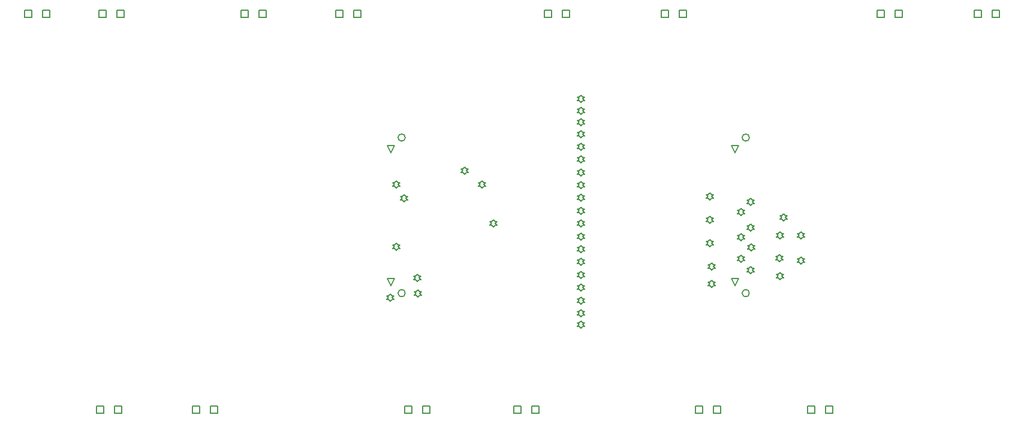
<source format=gbr>
%TF.GenerationSoftware,Altium Limited,Altium Designer,19.1.8 (144)*%
G04 Layer_Color=2752767*
%FSLAX26Y26*%
%MOIN*%
%TF.FileFunction,Drawing*%
%TF.Part,Single*%
G01*
G75*
%TA.AperFunction,NonConductor*%
%ADD32C,0.005000*%
%ADD40C,0.006667*%
D32*
X4705000Y176850D02*
Y216850D01*
X4745000D01*
Y176850D01*
X4705000D01*
X4605000D02*
Y216850D01*
X4645000D01*
Y176850D01*
X4605000D01*
X4080000D02*
Y216850D01*
X4120000D01*
Y176850D01*
X4080000D01*
X3980000D02*
Y216850D01*
X4020000D01*
Y176850D01*
X3980000D01*
X2970000D02*
Y216850D01*
X3010000D01*
Y176850D01*
X2970000D01*
X3070000D02*
Y216850D01*
X3110000D01*
Y176850D01*
X3070000D01*
X2465000D02*
Y216850D01*
X2505000D01*
Y176850D01*
X2465000D01*
X2365000D02*
Y216850D01*
X2405000D01*
Y176850D01*
X2365000D01*
X1285000D02*
Y216850D01*
X1325000D01*
Y176850D01*
X1285000D01*
X1185000D02*
Y216850D01*
X1225000D01*
Y176850D01*
X1185000D01*
X352047Y2381574D02*
Y2421574D01*
X392047D01*
Y2381574D01*
X352047D01*
X252047D02*
Y2421574D01*
X292047D01*
Y2381574D01*
X252047D01*
X765433D02*
Y2421574D01*
X805433D01*
Y2381574D01*
X765433D01*
X665433D02*
Y2421574D01*
X705433D01*
Y2381574D01*
X665433D01*
X1555000D02*
Y2421574D01*
X1595000D01*
Y2381574D01*
X1555000D01*
X1455000D02*
Y2421574D01*
X1495000D01*
Y2381574D01*
X1455000D01*
X2080000D02*
Y2421574D01*
X2120000D01*
Y2381574D01*
X2080000D01*
X1980000D02*
Y2421574D01*
X2020000D01*
Y2381574D01*
X1980000D01*
X3240000D02*
Y2421574D01*
X3280000D01*
Y2381574D01*
X3240000D01*
X3140000D02*
Y2421574D01*
X3180000D01*
Y2381574D01*
X3140000D01*
X3890000D02*
Y2421574D01*
X3930000D01*
Y2381574D01*
X3890000D01*
X3790000D02*
Y2421574D01*
X3830000D01*
Y2381574D01*
X3790000D01*
X5090000D02*
Y2421574D01*
X5130000D01*
Y2381574D01*
X5090000D01*
X4990000D02*
Y2421574D01*
X5030000D01*
Y2381574D01*
X4990000D01*
X5630000D02*
Y2421574D01*
X5670000D01*
Y2381574D01*
X5630000D01*
X5530000D02*
Y2421574D01*
X5570000D01*
Y2381574D01*
X5530000D01*
X750000Y176850D02*
Y216850D01*
X790000D01*
Y176850D01*
X750000D01*
X650000D02*
Y216850D01*
X690000D01*
Y176850D01*
X650000D01*
X2287796Y889448D02*
X2267796Y929448D01*
X2307796D01*
X2287796Y889448D01*
Y1629606D02*
X2267796Y1669606D01*
X2307796D01*
X2287796Y1629606D01*
X4201182Y889448D02*
X4181182Y929448D01*
X4221182D01*
X4201182Y889448D01*
Y1629606D02*
X4181182Y1669606D01*
X4221182D01*
X4201182Y1629606D01*
X4471457Y1246732D02*
X4481457Y1256732D01*
X4491457D01*
X4481457Y1266732D01*
X4491457Y1276732D01*
X4481457D01*
X4471457Y1286732D01*
X4461457Y1276732D01*
X4451457D01*
X4461457Y1266732D01*
X4451457Y1256732D01*
X4461457D01*
X4471457Y1246732D01*
X2793307Y1430787D02*
X2803307Y1440787D01*
X2813307D01*
X2803307Y1450787D01*
X2813307Y1460787D01*
X2803307D01*
X2793307Y1470787D01*
X2783307Y1460787D01*
X2773307D01*
X2783307Y1450787D01*
X2773307Y1440787D01*
X2783307D01*
X2793307Y1430787D01*
X2695866Y1506575D02*
X2705866Y1516575D01*
X2715866D01*
X2705866Y1526575D01*
X2715866Y1536575D01*
X2705866D01*
X2695866Y1546575D01*
X2685866Y1536575D01*
X2675866D01*
X2685866Y1526575D01*
X2675866Y1516575D01*
X2685866D01*
X2695866Y1506575D01*
X3345481Y651262D02*
X3355481Y661262D01*
X3365481D01*
X3355481Y671262D01*
X3365481Y681262D01*
X3355481D01*
X3345481Y691262D01*
X3335481Y681262D01*
X3325481D01*
X3335481Y671262D01*
X3325481Y661262D01*
X3335481D01*
X3345481Y651262D01*
X3345472Y1907165D02*
X3355472Y1917165D01*
X3365472D01*
X3355472Y1927165D01*
X3365472Y1937165D01*
X3355472D01*
X3345472Y1947165D01*
X3335472Y1937165D01*
X3325472D01*
X3335472Y1927165D01*
X3325472Y1917165D01*
X3335472D01*
X3345472Y1907165D01*
Y1842205D02*
X3355472Y1852205D01*
X3365472D01*
X3355472Y1862205D01*
X3365472Y1872205D01*
X3355472D01*
X3345472Y1882205D01*
X3335472Y1872205D01*
X3325472D01*
X3335472Y1862205D01*
X3325472Y1852205D01*
X3335472D01*
X3345472Y1842205D01*
X2858268Y1214252D02*
X2868268Y1224252D01*
X2878268D01*
X2868268Y1234252D01*
X2878268Y1244252D01*
X2868268D01*
X2858268Y1254252D01*
X2848268Y1244252D01*
X2838268D01*
X2848268Y1234252D01*
X2838268Y1224252D01*
X2848268D01*
X2858268Y1214252D01*
X3345472Y1777244D02*
X3355472Y1787244D01*
X3365472D01*
X3355472Y1797244D01*
X3365472Y1807244D01*
X3355472D01*
X3345472Y1817244D01*
X3335472Y1807244D01*
X3325472D01*
X3335472Y1797244D01*
X3325472Y1787244D01*
X3335472D01*
X3345472Y1777244D01*
X4568898Y1149291D02*
X4578898Y1159291D01*
X4588898D01*
X4578898Y1169291D01*
X4588898Y1179291D01*
X4578898D01*
X4568898Y1189291D01*
X4558898Y1179291D01*
X4548898D01*
X4558898Y1169291D01*
X4548898Y1159291D01*
X4558898D01*
X4568898Y1149291D01*
X4289835Y1081895D02*
X4299835Y1091895D01*
X4309835D01*
X4299835Y1101895D01*
X4309835Y1111895D01*
X4299835D01*
X4289835Y1121895D01*
X4279835Y1111895D01*
X4269835D01*
X4279835Y1101895D01*
X4269835Y1091895D01*
X4279835D01*
X4289835Y1081895D01*
X4449803Y921929D02*
X4459803Y931929D01*
X4469803D01*
X4459803Y941929D01*
X4469803Y951929D01*
X4459803D01*
X4449803Y961929D01*
X4439803Y951929D01*
X4429803D01*
X4439803Y941929D01*
X4429803Y931929D01*
X4439803D01*
X4449803Y921929D01*
X4568898Y1008543D02*
X4578898Y1018543D01*
X4588898D01*
X4578898Y1028543D01*
X4588898Y1038543D01*
X4578898D01*
X4568898Y1048543D01*
X4558898Y1038543D01*
X4548898D01*
X4558898Y1028543D01*
X4548898Y1018543D01*
X4558898D01*
X4568898Y1008543D01*
X3345481Y716222D02*
X3355481Y726222D01*
X3365481D01*
X3355481Y736222D01*
X3365481Y746222D01*
X3355481D01*
X3345481Y756222D01*
X3335481Y746222D01*
X3325481D01*
X3335481Y736222D01*
X3325481Y726222D01*
X3335481D01*
X3345481Y716222D01*
X2433262Y911102D02*
X2443262Y921102D01*
X2453262D01*
X2443262Y931102D01*
X2453262Y941102D01*
X2443262D01*
X2433262Y951102D01*
X2423262Y941102D01*
X2413262D01*
X2423262Y931102D01*
X2413262Y921102D01*
X2423262D01*
X2433262Y911102D01*
X2436030Y824490D02*
X2446030Y834490D01*
X2456030D01*
X2446030Y844490D01*
X2456030Y854490D01*
X2446030D01*
X2436030Y864490D01*
X2426030Y854490D01*
X2416030D01*
X2426030Y844490D01*
X2416030Y834490D01*
X2426030D01*
X2436030Y824490D01*
X2284449Y802835D02*
X2294449Y812835D01*
X2304449D01*
X2294449Y822835D01*
X2304449Y832835D01*
X2294449D01*
X2284449Y842835D01*
X2274449Y832835D01*
X2264449D01*
X2274449Y822835D01*
X2264449Y812835D01*
X2274449D01*
X2284449Y802835D01*
X2360236Y1355000D02*
X2370236Y1365000D01*
X2380236D01*
X2370236Y1375000D01*
X2380236Y1385000D01*
X2370236D01*
X2360236Y1395000D01*
X2350236Y1385000D01*
X2340236D01*
X2350236Y1375000D01*
X2340236Y1365000D01*
X2350236D01*
X2360236Y1355000D01*
X2316929Y1430787D02*
X2326929Y1440787D01*
X2336929D01*
X2326929Y1450787D01*
X2336929Y1460787D01*
X2326929D01*
X2316929Y1470787D01*
X2306929Y1460787D01*
X2296929D01*
X2306929Y1450787D01*
X2296929Y1440787D01*
X2306929D01*
X2316929Y1430787D01*
Y1084331D02*
X2326929Y1094331D01*
X2336929D01*
X2326929Y1104331D01*
X2336929Y1114331D01*
X2326929D01*
X2316929Y1124331D01*
X2306929Y1114331D01*
X2296929D01*
X2306929Y1104331D01*
X2296929Y1094331D01*
X2306929D01*
X2316929Y1084331D01*
X4070866Y878622D02*
X4080866Y888622D01*
X4090866D01*
X4080866Y898622D01*
X4090866Y908622D01*
X4080866D01*
X4070866Y918622D01*
X4060866Y908622D01*
X4050866D01*
X4060866Y898622D01*
X4050866Y888622D01*
X4060866D01*
X4070866Y878622D01*
X4070877Y976066D02*
X4080877Y986066D01*
X4090877D01*
X4080877Y996066D01*
X4090877Y1006066D01*
X4080877D01*
X4070877Y1016066D01*
X4060877Y1006066D01*
X4050877D01*
X4060877Y996066D01*
X4050877Y986066D01*
X4060877D01*
X4070877Y976066D01*
X4448819Y1020355D02*
X4458819Y1030355D01*
X4468819D01*
X4458819Y1040355D01*
X4468819Y1050355D01*
X4458819D01*
X4448819Y1060355D01*
X4438819Y1050355D01*
X4428819D01*
X4438819Y1040355D01*
X4428819Y1030355D01*
X4438819D01*
X4448819Y1020355D01*
X4449803Y1149292D02*
X4459803Y1159292D01*
X4469803D01*
X4459803Y1169292D01*
X4469803Y1179292D01*
X4459803D01*
X4449803Y1189292D01*
X4439803Y1179292D01*
X4429803D01*
X4439803Y1169292D01*
X4429803Y1159292D01*
X4439803D01*
X4449803Y1149292D01*
X4060039Y1105984D02*
X4070039Y1115984D01*
X4080039D01*
X4070039Y1125984D01*
X4080039Y1135984D01*
X4070039D01*
X4060039Y1145984D01*
X4050039Y1135984D01*
X4040039D01*
X4050039Y1125984D01*
X4040039Y1115984D01*
X4050039D01*
X4060039Y1105984D01*
X4233268Y1019370D02*
X4243268Y1029370D01*
X4253268D01*
X4243268Y1039370D01*
X4253268Y1049370D01*
X4243268D01*
X4233268Y1059370D01*
X4223268Y1049370D01*
X4213268D01*
X4223268Y1039370D01*
X4213268Y1029370D01*
X4223268D01*
X4233268Y1019370D01*
X4060039Y1235906D02*
X4070039Y1245906D01*
X4080039D01*
X4070039Y1255906D01*
X4080039Y1265906D01*
X4070039D01*
X4060039Y1275906D01*
X4050039Y1265906D01*
X4040039D01*
X4050039Y1255906D01*
X4040039Y1245906D01*
X4050039D01*
X4060039Y1235906D01*
Y1365827D02*
X4070039Y1375827D01*
X4080039D01*
X4070039Y1385827D01*
X4080039Y1395827D01*
X4070039D01*
X4060039Y1405827D01*
X4050039Y1395827D01*
X4040039D01*
X4050039Y1385827D01*
X4040039Y1375827D01*
X4050039D01*
X4060039Y1365827D01*
X3343503Y786102D02*
X3353503Y796102D01*
X3363503D01*
X3353503Y806102D01*
X3363503Y816102D01*
X3353503D01*
X3343503Y826102D01*
X3333503Y816102D01*
X3323503D01*
X3333503Y806102D01*
X3323503Y796102D01*
X3333503D01*
X3343503Y786102D01*
X4287413Y954412D02*
X4297413Y964412D01*
X4307413D01*
X4297413Y974412D01*
X4307413Y984412D01*
X4297413D01*
X4287413Y994412D01*
X4277413Y984412D01*
X4267413D01*
X4277413Y974412D01*
X4267413Y964412D01*
X4277413D01*
X4287413Y954412D01*
X4233268Y1138465D02*
X4243268Y1148465D01*
X4253268D01*
X4243268Y1158465D01*
X4253268Y1168465D01*
X4243268D01*
X4233268Y1178465D01*
X4223268Y1168465D01*
X4213268D01*
X4223268Y1158465D01*
X4213268Y1148465D01*
X4223268D01*
X4233268Y1138465D01*
X4287413Y1192602D02*
X4297413Y1202602D01*
X4307413D01*
X4297413Y1212602D01*
X4307413Y1222602D01*
X4297413D01*
X4287413Y1232602D01*
X4277413Y1222602D01*
X4267413D01*
X4277413Y1212602D01*
X4267413Y1202602D01*
X4277413D01*
X4287413Y1192602D01*
X4233279Y1279216D02*
X4243279Y1289216D01*
X4253279D01*
X4243279Y1299216D01*
X4253279Y1309216D01*
X4243279D01*
X4233279Y1319216D01*
X4223279Y1309216D01*
X4213279D01*
X4223279Y1299216D01*
X4213279Y1289216D01*
X4223279D01*
X4233279Y1279216D01*
X4287402Y1333347D02*
X4297402Y1343347D01*
X4307402D01*
X4297402Y1353347D01*
X4307402Y1363347D01*
X4297402D01*
X4287402Y1373347D01*
X4277402Y1363347D01*
X4267402D01*
X4277402Y1353347D01*
X4267402Y1343347D01*
X4277402D01*
X4287402Y1333347D01*
X3343503Y857402D02*
X3353503Y867402D01*
X3363503D01*
X3353503Y877402D01*
X3363503Y887402D01*
X3353503D01*
X3343503Y897402D01*
X3333503Y887402D01*
X3323503D01*
X3333503Y877402D01*
X3323503Y867402D01*
X3333503D01*
X3343503Y857402D01*
Y928701D02*
X3353503Y938701D01*
X3363503D01*
X3353503Y948701D01*
X3363503Y958701D01*
X3353503D01*
X3343503Y968701D01*
X3333503Y958701D01*
X3323503D01*
X3333503Y948701D01*
X3323503Y938701D01*
X3333503D01*
X3343503Y928701D01*
Y999996D02*
X3353503Y1009996D01*
X3363503D01*
X3353503Y1019996D01*
X3363503Y1029996D01*
X3353503D01*
X3343503Y1039996D01*
X3333503Y1029996D01*
X3323503D01*
X3333503Y1019996D01*
X3323503Y1009996D01*
X3333503D01*
X3343503Y999996D01*
Y1071294D02*
X3353503Y1081294D01*
X3363503D01*
X3353503Y1091294D01*
X3363503Y1101294D01*
X3353503D01*
X3343503Y1111294D01*
X3333503Y1101294D01*
X3323503D01*
X3333503Y1091294D01*
X3323503Y1081294D01*
X3333503D01*
X3343503Y1071294D01*
Y1142591D02*
X3353503Y1152591D01*
X3363503D01*
X3353503Y1162591D01*
X3363503Y1172591D01*
X3353503D01*
X3343503Y1182591D01*
X3333503Y1172591D01*
X3323503D01*
X3333503Y1162591D01*
X3323503Y1152591D01*
X3333503D01*
X3343503Y1142591D01*
Y1213889D02*
X3353503Y1223889D01*
X3363503D01*
X3353503Y1233889D01*
X3363503Y1243889D01*
X3353503D01*
X3343503Y1253889D01*
X3333503Y1243889D01*
X3323503D01*
X3333503Y1233889D01*
X3323503Y1223889D01*
X3333503D01*
X3343503Y1213889D01*
Y1285187D02*
X3353503Y1295187D01*
X3363503D01*
X3353503Y1305187D01*
X3363503Y1315187D01*
X3353503D01*
X3343503Y1325187D01*
X3333503Y1315187D01*
X3323503D01*
X3333503Y1305187D01*
X3323503Y1295187D01*
X3333503D01*
X3343503Y1285187D01*
Y1356485D02*
X3353503Y1366485D01*
X3363503D01*
X3353503Y1376485D01*
X3363503Y1386485D01*
X3353503D01*
X3343503Y1396485D01*
X3333503Y1386485D01*
X3323503D01*
X3333503Y1376485D01*
X3323503Y1366485D01*
X3333503D01*
X3343503Y1356485D01*
Y1427783D02*
X3353503Y1437783D01*
X3363503D01*
X3353503Y1447783D01*
X3363503Y1457783D01*
X3353503D01*
X3343503Y1467783D01*
X3333503Y1457783D01*
X3323503D01*
X3333503Y1447783D01*
X3323503Y1437783D01*
X3333503D01*
X3343503Y1427783D01*
Y1499081D02*
X3353503Y1509081D01*
X3363503D01*
X3353503Y1519081D01*
X3363503Y1529081D01*
X3353503D01*
X3343503Y1539081D01*
X3333503Y1529081D01*
X3323503D01*
X3333503Y1519081D01*
X3323503Y1509081D01*
X3333503D01*
X3343503Y1499081D01*
Y1570378D02*
X3353503Y1580378D01*
X3363503D01*
X3353503Y1590378D01*
X3363503Y1600378D01*
X3353503D01*
X3343503Y1610378D01*
X3333503Y1600378D01*
X3323503D01*
X3333503Y1590378D01*
X3323503Y1580378D01*
X3333503D01*
X3343503Y1570378D01*
Y1641676D02*
X3353503Y1651676D01*
X3363503D01*
X3353503Y1661676D01*
X3363503Y1671676D01*
X3353503D01*
X3343503Y1681676D01*
X3333503Y1671676D01*
X3323503D01*
X3333503Y1661676D01*
X3323503Y1651676D01*
X3333503D01*
X3343503Y1641676D01*
Y1712974D02*
X3353503Y1722974D01*
X3363503D01*
X3353503Y1732974D01*
X3363503Y1742974D01*
X3353503D01*
X3343503Y1752974D01*
X3333503Y1742974D01*
X3323503D01*
X3333503Y1732974D01*
X3323503Y1722974D01*
X3333503D01*
X3343503Y1712974D01*
D40*
X2366850Y846456D02*
G03*
X2366850Y846456I-20000J0D01*
G01*
Y1712598D02*
G03*
X2366850Y1712598I-20000J0D01*
G01*
X4280236Y846456D02*
G03*
X4280236Y846456I-20000J0D01*
G01*
Y1712598D02*
G03*
X4280236Y1712598I-20000J0D01*
G01*
%TF.MD5,a0dd1ceb37166ac0c26becc41e2dca04*%
M02*

</source>
